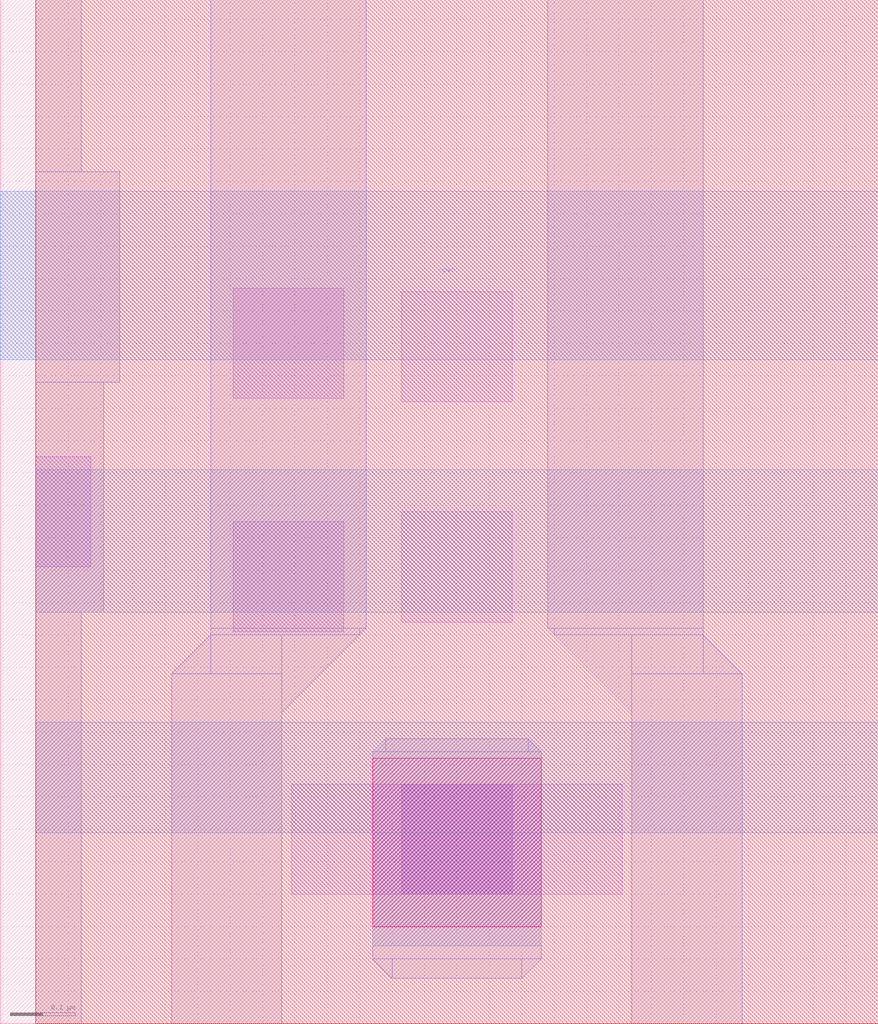
<source format=lef>
# Copyright 2020 The SkyWater PDK Authors
#
# Licensed under the Apache License, Version 2.0 (the "License");
# you may not use this file except in compliance with the License.
# You may obtain a copy of the License at
#
#     https://www.apache.org/licenses/LICENSE-2.0
#
# Unless required by applicable law or agreed to in writing, software
# distributed under the License is distributed on an "AS IS" BASIS,
# WITHOUT WARRANTIES OR CONDITIONS OF ANY KIND, either express or implied.
# See the License for the specific language governing permissions and
# limitations under the License.
#
# SPDX-License-Identifier: Apache-2.0

VERSION 5.7 ;
  NOWIREEXTENSIONATPIN ON ;
  DIVIDERCHAR "/" ;
  BUSBITCHARS "[]" ;
MACRO sky130_fd_bd_sram__sram_sp_rowend
  CLASS BLOCK ;
  FOREIGN sky130_fd_bd_sram__sram_sp_rowend ;
  ORIGIN  0.055000  0.000000 ;
  SIZE  1.355000 BY  1.580000 ;
  PIN vpwr
    ANTENNADIFFAREA  0.021600 ;
    PORT
      LAYER met2 ;
        RECT -0.055000 1.025000 1.300000 1.285000 ;
    END
  END vpwr
  OBS
    LAYER li1 ;
      RECT 0.000000 0.705000 0.085000 0.875000 ;
      RECT 0.305000 0.605000 0.475000 0.775000 ;
      RECT 0.305000 0.965000 0.475000 1.135000 ;
      RECT 0.395000 0.200000 0.905000 0.370000 ;
      RECT 0.565000 0.620000 0.735000 0.790000 ;
      RECT 0.565000 0.960000 0.735000 1.130000 ;
    LAYER mcon ;
      RECT 0.565000 0.200000 0.735000 0.370000 ;
    LAYER met1 ;
      POLYGON  0.270000 0.600000 0.270000 0.540000 0.210000 0.540000 ;
      POLYGON  0.380000 0.600000 0.500000 0.600000 0.380000 0.480000 ;
      POLYGON  0.500000 0.610000 0.510000 0.610000 0.500000 0.600000 ;
      POLYGON  0.520000 0.100000 0.550000 0.100000 0.550000 0.070000 ;
      POLYGON  0.540000 0.440000 0.540000 0.420000 0.520000 0.420000 ;
      POLYGON  0.750000 0.100000 0.780000 0.100000 0.750000 0.070000 ;
      POLYGON  0.760000 0.440000 0.780000 0.420000 0.760000 0.420000 ;
      POLYGON  0.790000 0.610000 0.800000 0.610000 0.800000 0.600000 ;
      POLYGON  0.800000 0.600000 0.920000 0.600000 0.920000 0.480000 ;
      POLYGON  1.030000 0.600000 1.090000 0.540000 1.030000 0.540000 ;
      RECT -0.055000 1.025000 0.130000 1.285000 ;
      RECT  0.000000 0.000000 0.070000 0.635000 ;
      RECT  0.000000 0.635000 0.105000 0.990000 ;
      RECT  0.000000 0.990000 0.130000 1.025000 ;
      RECT  0.000000 1.285000 0.130000 1.315000 ;
      RECT  0.000000 1.315000 0.070000 1.580000 ;
      RECT  0.210000 0.000000 0.380000 0.540000 ;
      RECT  0.270000 0.540000 0.380000 0.600000 ;
      RECT  0.270000 0.600000 0.500000 0.610000 ;
      RECT  0.270000 0.610000 0.510000 1.580000 ;
      RECT  0.520000 0.100000 0.780000 0.420000 ;
      RECT  0.540000 0.420000 0.760000 0.440000 ;
      RECT  0.550000 0.070000 0.750000 0.100000 ;
      RECT  0.790000 0.610000 1.030000 1.580000 ;
      RECT  0.800000 0.600000 1.030000 0.610000 ;
      RECT  0.920000 0.000000 1.090000 0.540000 ;
      RECT  0.920000 0.540000 1.030000 0.600000 ;
    LAYER met2 ;
      RECT 0.000000 0.295000 1.300000 0.465000 ;
      RECT 0.000000 0.635000 1.300000 0.855000 ;
      RECT 0.520000 0.120000 0.780000 0.295000 ;
    LAYER nwell ;
      RECT 0.000000 0.000000 1.300000 1.580000 ;
    LAYER via ;
      RECT 0.520000 0.150000 0.780000 0.410000 ;
  END
END sky130_fd_bd_sram__sram_sp_rowend
END LIBRARY

</source>
